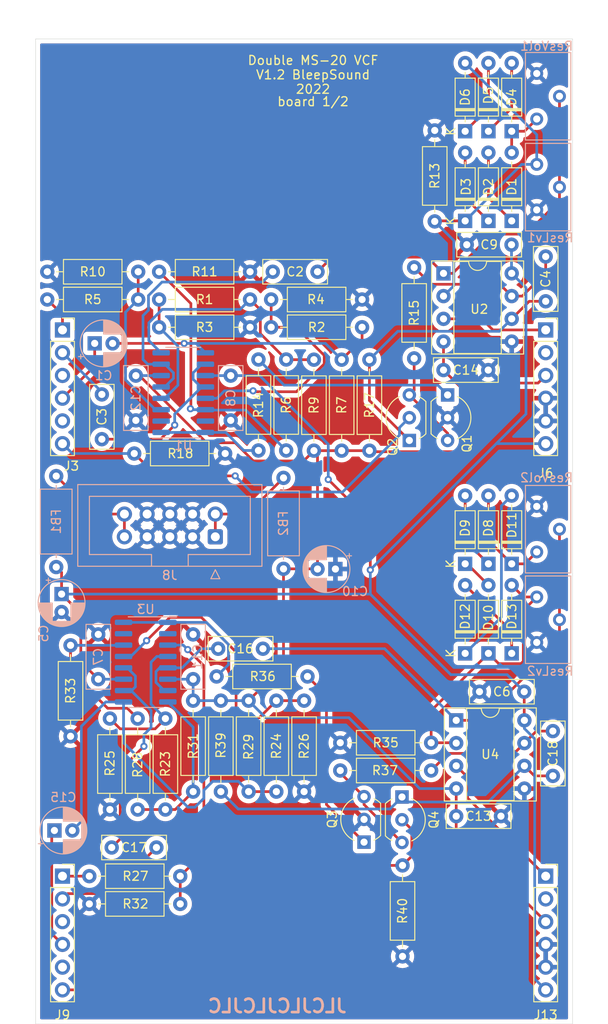
<source format=kicad_pcb>
(kicad_pcb (version 20211014) (generator pcbnew)
  (layers (0 "F.Cu" signal) (31 "B.Cu" signal) (34 "B.Paste" user) (35 "F.Paste" user) (36 "B.SilkS" user "B.Silkscreen") (37 "F.SilkS" user "F.Silkscreen") (38 "B.Mask" user) (39 "F.Mask" user) (44 "Edge.Cuts" user))
  (net 0 "")
  (net 1 "GND")
  (net 2 "+12V")
  (net 3 "-12V")
  (net 4 "Net-(C4-Pad1)")
  (net 5 "Net-(C2-Pad1)")
  (net 6 "Net-(R10-Pad2)")
  (net 7 "Net-(C1-Pad2)")
  (net 8 "Net-(C4-Pad2)")
  (net 9 "/HPass")
  (net 10 "/Out1")
  (net 11 "Net-(C2-Pad2)")
  (net 12 "Net-(C3-Pad1)")
  (net 13 "Net-(C15-Pad2)")
  (net 14 "/Filtre2/HPass")
  (net 15 "/Filtre2/Out1")
  (net 16 "Net-(D1-Pad2)")
  (net 17 "Net-(D2-Pad1)")
  (net 18 "Net-(C16-Pad1)")
  (net 19 "Net-(D5-Pad2)")
  (net 20 "Net-(C16-Pad2)")
  (net 21 "Net-(D10-Pad2)")
  (net 22 "Net-(D11-Pad1)")
  (net 23 "Net-(D10-Pad1)")
  (net 24 "Net-(D11-Pad2)")
  (net 25 "Net-(C17-Pad1)")
  (net 26 "Net-(FB1-Pad2)")
  (net 27 "Net-(FB2-Pad2)")
  (net 28 "/LPass")
  (net 29 "/Cutoff")
  (net 30 "/ResOut")
  (net 31 "Net-(C18-Pad1)")
  (net 32 "/Filtre2/LPass")
  (net 33 "/Filtre2/Cutoff")
  (net 34 "/Filtre2/ResOut")
  (net 35 "Net-(Q1-Pad1)")
  (net 36 "Net-(Q1-Pad3)")
  (net 37 "Net-(Q3-Pad1)")
  (net 38 "Net-(Q3-Pad3)")
  (net 39 "Net-(R1-Pad2)")
  (net 40 "Net-(R11-Pad2)")
  (net 41 "Net-(C18-Pad2)")
  (net 42 "Net-(R23-Pad2)")
  (net 43 "Net-(R27-Pad2)")
  (net 44 "Net-(D1-Pad1)")
  (net 45 "Net-(D3-Pad1)")
  (net 46 "Net-(D4-Pad2)")
  (net 49 "Net-(D8-Pad1)")
  (net 50 "Net-(D12-Pad2)")
  (net 59 "Net-(R1-Pad1)")
  (net 60 "Net-(R2-Pad1)")
  (net 61 "Net-(R14-Pad2)")
  (net 62 "Net-(R23-Pad1)")
  (net 63 "Net-(R24-Pad1)")
  (net 64 "Net-(R28-Pad2)")
  (net 65 "Net-(R36-Pad2)")
  (footprint "Capacitor_THT:C_Disc_D7.0mm_W2.5mm_P5.00mm" (layer "F.Cu") (at 87 60.8 -90)
    (fp_text reference "C4")
    (fp_text value "1nF")
  )
  (footprint "Capacitor_THT:C_Disc_D7.0mm_W2.5mm_P5.00mm" (layer "F.Cu") (at 87.8 113.8 -90)
    (fp_text reference "C18")
    (fp_text value "1nF")
  )
  (footprint "Capacitor_THT:C_Disc_D7.0mm_W2.5mm_P5.00mm" (layer "F.Cu") (at 38.5 126.8)
    (fp_text reference "C17")
    (fp_text value "1nF")
  )
  (footprint "Diode_THT:D_DO-35_SOD27_P7.62mm_Horizontal" (layer "F.Cu") (at 83.2 56.82 90)
    (fp_text reference "D1")
    (fp_text value "1N4148")
  )
  (footprint "Diode_THT:D_DO-35_SOD27_P7.62mm_Horizontal" (layer "F.Cu") (at 83.2 46.81 90)
    (fp_text reference "D4")
    (fp_text value "1N4148")
  )
  (footprint "Diode_THT:D_DO-35_SOD27_P7.62mm_Horizontal" (layer "F.Cu") (at 80.6 56.82 90)
    (fp_text reference "D2")
    (fp_text value "1N4148")
  )
  (footprint "Diode_THT:D_DO-35_SOD27_P7.62mm_Horizontal" (layer "F.Cu") (at 80.6 46.81 90)
    (fp_text reference "D5")
    (fp_text value "1N4148")
  )
  (footprint "Diode_THT:D_DO-35_SOD27_P7.62mm_Horizontal" (layer "F.Cu") (at 78 56.82 90)
    (fp_text reference "D3")
    (fp_text value "1N4148")
  )
  (footprint "Diode_THT:D_DO-35_SOD27_P7.62mm_Horizontal" (layer "F.Cu") (at 78 46.81 90)
    (fp_text reference "D6")
    (fp_text value "1N4148")
  )
  (footprint "Connector_PinSocket_2.54mm:PinSocket_1x06_P2.54mm_Vertical" (layer "F.Cu") (at 87 69)
    (fp_text reference "J6")
    (fp_text value "Conn_CircuitBoard")
  )
  (footprint "Connector_PinSocket_2.54mm:PinSocket_1x06_P2.54mm_Vertical" (layer "F.Cu") (at 33 130)
    (fp_text reference "J9")
    (fp_text value "Conn_CircuitBoard")
  )
  (footprint "Package_TO_SOT_THT:TO-92_Inline_Wide" (layer "F.Cu") (at 76.04 76.26 -90)
    (fp_text reference "Q1")
    (fp_text value "BC559")
  )
  (footprint "Package_TO_SOT_THT:TO-92_Inline_Wide" (layer "F.Cu") (at 71.76 81.34 90)
    (fp_text reference "Q2")
    (fp_text value "BC559")
  )
  (footprint "Package_TO_SOT_THT:TO-92_Inline_Wide" (layer "F.Cu") (at 66.7 126.2 90)
    (fp_text reference "Q3")
    (fp_text value "BC559")
  )
  (footprint "Resistor_THT:R_Axial_DIN0207_L6.3mm_D2.5mm_P10.16mm_Horizontal" (layer "F.Cu") (at 53.96 68.7 180)
    (fp_text reference "R3")
    (fp_text value "470")
  )
  (footprint "Resistor_THT:R_Axial_DIN0207_L6.3mm_D2.5mm_P10.16mm_Horizontal" (layer "F.Cu") (at 31.3 62.5)
    (fp_text reference "R10")
    (fp_text value "470")
  )
  (footprint "Resistor_THT:R_Axial_DIN0207_L6.3mm_D2.5mm_P10.16mm_Horizontal" (layer "F.Cu") (at 54.9 72.3 -90)
    (fp_text reference "R14")
    (fp_text value "2.2k")
  )
  (footprint "Resistor_THT:R_Axial_DIN0207_L6.3mm_D2.5mm_P10.16mm_Horizontal" (layer "F.Cu") (at 43.8 65.6)
    (fp_text reference "R1")
    (fp_text value "100k")
  )
  (footprint "Resistor_THT:R_Axial_DIN0207_L6.3mm_D2.5mm_P10.16mm_Horizontal" (layer "F.Cu") (at 67.3 82.48 90)
    (fp_text reference "R17")
    (fp_text value "100k")
  )
  (footprint "Resistor_THT:R_Axial_DIN0207_L6.3mm_D2.5mm_P10.16mm_Horizontal" (layer "F.Cu") (at 51.18 82.8 180)
    (fp_text reference "R18")
    (fp_text value "2.2k")
  )
  (footprint "Resistor_THT:R_Axial_DIN0207_L6.3mm_D2.5mm_P10.16mm_Horizontal" (layer "F.Cu") (at 58 72.3 -90)
    (fp_text reference "R6")
    (fp_text value "100k")
  )
  (footprint "Resistor_THT:R_Axial_DIN0207_L6.3mm_D2.5mm_P10.16mm_Horizontal" (layer "F.Cu") (at 66.48 65.6 180)
    (fp_text reference "R4")
    (fp_text value "470")
  )
  (footprint "Resistor_THT:R_Axial_DIN0207_L6.3mm_D2.5mm_P10.16mm_Horizontal" (layer "F.Cu") (at 53.96 62.5 180)
    (fp_text reference "R11")
    (fp_text value "470")
  )
  (footprint "Resistor_THT:R_Axial_DIN0207_L6.3mm_D2.5mm_P10.16mm_Horizontal" (layer "F.Cu") (at 56.32 68.7)
    (fp_text reference "R2")
    (fp_text value "100k")
  )
  (footprint "Resistor_THT:R_Axial_DIN0207_L6.3mm_D2.5mm_P10.16mm_Horizontal" (layer "F.Cu") (at 74.6 46.72 -90)
    (fp_text reference "R13")
    (fp_text value "2.2k")
  )
  (footprint "Resistor_THT:R_Axial_DIN0207_L6.3mm_D2.5mm_P10.16mm_Horizontal" (layer "F.Cu") (at 38.3 122.56 90)
    (fp_text reference "R25")
    (fp_text value "470")
  )
  (footprint "Resistor_THT:R_Axial_DIN0207_L6.3mm_D2.5mm_P10.16mm_Horizontal" (layer "F.Cu") (at 60.38 107.7 180)
    (fp_text reference "R36")
    (fp_text value "2.2k")
  )
  (footprint "Resistor_THT:R_Axial_DIN0207_L6.3mm_D2.5mm_P10.16mm_Horizontal" (layer "F.Cu") (at 44.5 112.4 -90)
    (fp_text reference "R23")
    (fp_text value "100k")
  )
  (footprint "Resistor_THT:R_Axial_DIN0207_L6.3mm_D2.5mm_P10.16mm_Horizontal" (layer "F.Cu") (at 50.7 110.4 -90)
    (fp_text reference "R39")
    (fp_text value "100k")
  )
  (footprint "Resistor_THT:R_Axial_DIN0207_L6.3mm_D2.5mm_P10.16mm_Horizontal" (layer "F.Cu") (at 64.04 118.2)
    (fp_text reference "R37")
    (fp_text value "1k")
  )
  (footprint "Resistor_THT:R_Axial_DIN0207_L6.3mm_D2.5mm_P10.16mm_Horizontal" (layer "F.Cu") (at 71 138.96 90)
    (fp_text reference "R40")
    (fp_text value "2.2k")
  )
  (footprint "Resistor_THT:R_Axial_DIN0207_L6.3mm_D2.5mm_P10.16mm_Horizontal" (layer "F.Cu") (at 47.6 110.4 -90)
    (fp_text reference "R31")
    (fp_text value "1.8k")
  )
  (footprint "Resistor_THT:R_Axial_DIN0207_L6.3mm_D2.5mm_P10.16mm_Horizontal" (layer "F.Cu") (at 41.4 122.56 90)
    (fp_text reference "R28")
    (fp_text value "100k")
  )
  (footprint "Resistor_THT:R_Axial_DIN0207_L6.3mm_D2.5mm_P10.16mm_Horizontal" (layer "F.Cu") (at 60 120.56 90)
    (fp_text reference "R26")
    (fp_text value "470")
  )
  (footprint "Resistor_THT:R_Axial_DIN0207_L6.3mm_D2.5mm_P10.16mm_Horizontal" (layer "F.Cu") (at 33.9 114.38 90)
    (fp_text reference "R33")
    (fp_text value "470")
  )
  (footprint "Resistor_THT:R_Axial_DIN0207_L6.3mm_D2.5mm_P10.16mm_Horizontal" (layer "F.Cu") (at 56.9 110.4 -90)
    (fp_text reference "R24")
    (fp_text value "100k")
  )
  (footprint "Resistor_THT:R_Axial_DIN0207_L6.3mm_D2.5mm_P10.16mm_Horizontal" (layer "F.Cu") (at 53.8 110.4 -90)
    (fp_text reference "R29")
    (fp_text value "1.8k")
  )
  (footprint "Resistor_THT:R_Axial_DIN0207_L6.3mm_D2.5mm_P10.16mm_Horizontal" (layer "F.Cu") (at 64.04 115.1)
    (fp_text reference "R35")
    (fp_text value "2.2k")
  )
  (footprint "Package_DIP:DIP-8_W7.62mm_Socket" (layer "F.Cu") (at 77 112.6)
    (fp_text reference "U4")
    (fp_text value "TL072")
  )
  (footprint "Connector_PinSocket_2.54mm:PinSocket_1x06_P2.54mm_Vertical" (layer "F.Cu") (at 87 130)
    (fp_text reference "J13")
    (fp_text value "Conn_CircuitBoard")
  )
  (footprint "Resistor_THT:R_Axial_DIN0207_L6.3mm_D2.5mm_P10.16mm_Horizontal" (layer "F.Cu") (at 72.3 72.18 90)
    (fp_text reference "R15")
    (fp_text value "1k")
  )
  (footprint "Package_DIP:DIP-8_W7.62mm_Socket" (layer "F.Cu") (at 75.58 62.68)
    (fp_text reference "U2")
    (fp_text value "TL072")
  )
  (footprint "Package_TO_SOT_THT:TO-92_Inline_Wide" (layer "F.Cu") (at 70.94 121.16 -90)
    (fp_text reference "Q4")
    (fp_text value "BC559")
  )
  (footprint "Capacitor_THT:C_Disc_D7.0mm_W2.5mm_P5.00mm" (layer "F.Cu") (at 50.4 104.6)
    (fp_text reference "C16")
    (fp_text value "1nF")
  )
  (footprint "Diode_THT:D_DO-35_SOD27_P7.62mm_Horizontal" (layer "F.Cu") (at 78 95.12 90)
    (fp_text reference "D9")
    (fp_text value "1N4148")
  )
  (footprint "Diode_THT:D_DO-35_SOD27_P7.62mm_Horizontal" (layer "F.Cu") (at 80.6 95.12 90)
    (fp_text reference "D8")
    (fp_text value "1N4148")
  )
  (footprint "Diode_THT:D_DO-35_SOD27_P7.62mm_Horizontal" (layer "F.Cu") (at 83.2 95.12 90)
    (fp_text reference "D11")
    (fp_text value "1N4148")
  )
  (footprint "Diode_THT:D_DO-35_SOD27_P7.62mm_Horizontal" (layer "F.Cu") (at 83.2 105.12 90)
    (fp_text reference "D13")
    (fp_text value "1N4148")
  )
  (footprint "Diode_THT:D_DO-35_SOD27_P7.62mm_Horizontal" (layer "F.Cu") (at 80.6 105.12 90)
    (fp_text reference "D10")
    (fp_text value "1N4148")
  )
  (footprint "Diode_THT:D_DO-35_SOD27_P7.62mm_Horizontal" (layer "F.Cu") (at 78 105.12 90)
    (fp_text reference "D12")
    (fp_text value "1N4148")
  )
  (footprint "Capacitor_THT:C_Disc_D7.0mm_W2.5mm_P5.00mm" (layer "F.Cu") (at 56.5 62.5)
    (fp_text reference "C2")
    (fp_text value "1nF")
  )
  (footprint "Resistor_THT:R_Axial_DIN0207_L6.3mm_D2.5mm_P10.16mm_Horizontal" (layer "F.Cu") (at 31.3 65.6)
    (fp_text reference "R5")
    (fp_text value "100k")
  )
  (footprint "Resistor_THT:R_Axial_DIN0207_L6.3mm_D2.5mm_P10.16mm_Horizontal" (layer "F.Cu") (at 61.1 82.48 90)
    (fp_text reference "R9")
    (fp_text value "1.8k")
  )
  (footprint "Resistor_THT:R_Axial_DIN0207_L6.3mm_D2.5mm_P10.16mm_Horizontal" (layer "F.Cu") (at 64.2 82.48 90)
    (fp_text reference "R7")
    (fp_text value "1.8k")
  )
  (footprint "Connector_PinSocket_2.54mm:PinSocket_1x06_P2.54mm_Vertical" (layer "F.Cu") (at 33 69)
    (fp_text reference "J3")
    (fp_text value "Conn_CircuitBoard")
  )
  (footprint "Capacitor_THT:C_Disc_D7.0mm_W2.5mm_P5.00mm" (layer "F.Cu") (at 37.4 81.2 90)
    (fp_text reference "C3")
    (fp_text value "1nF")
  )
  (footprint "Resistor_THT:R_Axial_DIN0207_L6.3mm_D2.5mm_P10.16mm_Horizontal" (layer "F.Cu") (at 36 133.1)
    (fp_text reference "R32")
    (fp_text value "470")
  )
  (footprint "Resistor_THT:R_Axial_DIN0207_L6.3mm_D2.5mm_P10.16mm_Horizontal" (layer "F.Cu") (at 36 130)
    (fp_text reference "R27")
    (fp_text value "100k")
  )
  (footprint "Capacitor_THT:C_Disc_D7.0mm_W2.5mm_P5.00mm" (layer "F.Cu") (at 83.18 59.48 180)
    (fp_text reference "C9")
    (fp_text value "100nF")
  )
  (footprint "Capacitor_THT:C_Disc_D7.0mm_W2.5mm_P5.00mm" (layer "F.Cu") (at 82 123.3 180)
    (fp_text reference "C13")
    (fp_text value "100nF")
  )
  (footprint "Capacitor_THT:C_Disc_D7.0mm_W2.5mm_P5.00mm" (layer "F.Cu") (at 80.58 73.48 180)
    (fp_text reference "C14")
    (fp_text value "100nF")
  )
  (footprint "Capacitor_THT:C_Disc_D7.0mm_W2.5mm_P5.00mm" (layer "F.Cu") (at 84.6 109.4 180)
    (fp_text reference "C6")
    (fp_text value "100nF")
  )
  (footprint "Capacitor_THT:CP_Radial_D5.0mm_P2.00mm" (layer "B.Cu") (at 32.9 98.5 -90)
    (fp_text reference "C5")
    (fp_text value "10µ")
  )
  (footprint "Capacitor_THT:CP_Radial_D5.0mm_P2.00mm" (layer "B.Cu") (at 63.5 95.7 180)
    (fp_text reference "C10")
    (fp_text value "10µ")
  )
  (footprint "Capacitor_THT:CP_Radial_D5.0mm_P2.00mm" (layer "B.Cu") (at 36.6 70.5)
    (fp_text reference "C1")
    (fp_text value "10µF")
  )
  (footprint "Inductor_THT:L_Axial_L7.0mm_D3.3mm_P10.16mm_Horizontal_Fastron_MICC" (layer "B.Cu") (at 57.7 95.68 90)
    (fp_text reference "FB2")
    (fp_text value "10R")
  )
  (footprint "Potentiometer_THT:Potentiometer_Bourns_3386X_Horizontal" (layer "B.Cu") (at 86 55.59)
    (fp_text reference "ResLv1")
    (fp_text value "5k")
  )
  (footprint "Potentiometer_THT:Potentiometer_Bourns_3386X_Horizontal" (layer "B.Cu") (at 86 45.44)
    (fp_text reference "ResVol1")
    (fp_text value "10k")
  )
  (footprint "Package_SO:SOIC-16_3.9x9.9mm_P1.27mm" (layer "B.Cu") (at 42.3 106.1 180)
    (fp_text reference "U3")
    (fp_text value "LM13700")
  )
  (footprint "Capacitor_THT:CP_Radial_D5.0mm_P2.00mm" (layer "B.Cu") (at 32.1 124.9)
    (fp_text reference "C15")
    (fp_text value "10µF")
  )
  (footprint "Inductor_THT:L_Axial_L7.0mm_D3.3mm_P10.16mm_Horizontal_Fastron_MICC" (layer "B.Cu") (at 32.3 95.48 90)
    (fp_text reference "FB1")
    (fp_text value "10R")
  )
  (footprint "Potentiometer_THT:Potentiometer_Bourns_3386X_Horizontal" (layer "B.Cu") (at 86 103.9)
    (fp_text reference "ResLv2")
    (fp_text value "3.3k")
  )
  (footprint "Potentiometer_THT:Potentiometer_Bourns_3386X_Horizontal" (layer "B.Cu") (at 86 93.79)
    (fp_text reference "ResVol2")
    (fp_text value "10k")
  )
  (footprint "Package_SO:SOIC-16_3.9x9.9mm_P1.27mm" (layer "B.Cu") (at 46.5 76)
    (fp_text reference "U1")
    (fp_text value "LM13700")
  )
  (footprint "Connector_IDC:IDC-Header_2x05_P2.54mm_Vertical" (layer "B.Cu") (at 50.08 92.1 90)
    (fp_text reference "J8")
    (fp_text value "Power Input")
  )
  (footprint "Capacitor_THT:C_Disc_D7.0mm_W2.5mm_P5.00mm" (layer "B.Cu") (at 37 108 90)
    (fp_text reference "C7")
    (fp_text value "100nF")
  )
  (footprint "Capacitor_THT:C_Disc_D7.0mm_W2.5mm_P5.00mm" (layer "B.Cu") (at 41.2 79.1 90)
    (fp_text reference "C12")
    (fp_text value "100nF")
  )
  (footprint "Capacitor_THT:C_Disc_D7.0mm_W2.5mm_P5.00mm" (layer "B.Cu") (at 47.6 103 -90)
    (fp_text reference "C11")
    (fp_text value "100nF")
  )
  (footprint "Capacitor_THT:C_Disc_D7.0mm_W2.5mm_P5.00mm" (layer "B.Cu") (at 51.8 74.1 -90)
    (fp_text reference "C8")
    (fp_text value "100nF")
  )
  (gr_line (start 90 36.5) (end 90 146.5) (layer "Edge.Cuts") (width 0.05))
  (gr_line (start 30 36.5) (end 90 36.5) (layer "Edge.Cuts") (width 0.05))
  (gr_line (start 30 36.5) (end 30 146.5) (layer "Edge.Cuts") (width 0.05))
  (gr_line (start 30 146.5) (end 90 146.5) (layer "Edge.Cuts") (width 0.05))
  (gr_text "JLCJLCJLCJLC" (at 57 144.5) (layer "B.SilkS") (effects (font (size 1.5 1.5) (thickness 0.3)) (justify mirror)))
  (gr_text "Double MS-20 VCF\nV1.2 BleepSound\n2022" (at 61 40.5) (layer "F.SilkS") (effects (font (size 1 1))))
  (gr_text "board 1/2" (at 61 43.5) (layer "F.SilkS") (effects (font (size 1 1))))
  (segment (start 32.9 98.5) (end 32.9 96.08) (width 0.3) (layer "F.Cu") (net 2))
  (segment (start 35.05 100.65) (end 35.05 106.05) (width 0.3) (layer "F.Cu") (net 2))
  (segment (start 32.9 96.08) (end 32.3 95.48) (width 0.3) (layer "F.Cu") (net 2))
  (segment (start 84.6 109.4) (end 84.6 112.58) (width 0.3) (layer "F.Cu") (net 2))
  (segment (start 84.6 112.58) (end 84.62 112.6) (width 0.3) (layer "F.Cu") (net 2))
  (segment (start 62.7 85.7) (end 67.4 90.4) (width 0.3) (layer "F.Cu") (net 2))
  (segment (start 35.05 106.05) (end 37 108) (width 0.3) (layer "F.Cu") (net 2))
  (segment (start 32.9 98.5) (end 35.05 100.65) (width 0.3) (layer "F.Cu") (net 2))
  (segment (start 67.4 90.4) (end 67.4 95.8) (width 0.3) (layer "F.Cu") (net 2))
  (via (at 67.4 95.8) (size 0.8) (drill 0.4) (layers "F.Cu" "B.Cu") (net 2))
  (via (at 62.7 85.7) (size 0.8) (drill 0.4) (layers "F.Cu" "B.Cu") (net 2))
  (segment (start 32.9 98.5) (end 67.4 98.5) (width 0.3) (layer "B.Cu") (net 2))
  (segment (start 51.8 74.1) (end 55.039312 74.1) (width 0.3) (layer "B.Cu") (net 2))
  (segment (start 51.8 74.1) (end 48.98 74.1) (width 0.3) (layer "B.Cu") (net 2))
  (segment (start 55.039312 74.1) (end 62.7 81.760688) (width 0.3) (layer "B.Cu") (net 2))
  (segment (start 85.77 114.663654) (end 85.77 141.43) (width 0.3) (layer "B.Cu") (net 2))
  (segment (start 67.4 98.5) (end 76.4 107.5) (width 0.3) (layer "B.Cu") (net 2))
  (segment (start 48.98 74.1) (end 48.975 74.095) (width 0.3) (layer "B.Cu") (net 2))
  (segment (start 82.7 107.5) (end 84.6 109.4) (width 0.3) (layer "B.Cu") (net 2))
  (segment (start 84.62 113.513654) (end 85.77 114.663654) (width 0.3) (layer "B.Cu") (net 2))
  (segment (start 37.005 108.005) (end 37 108) (width 0.3) (layer "B.Cu") (net 2))
  (segment (start 85.75 141.45) (end 87 142.7) (width 0.3) (layer "B.Cu") (net 2))
  (segment (start 62.7 81.760688) (end 62.7 85.7) (width 0.3) (layer "B.Cu") (net 2))
  (segment (start 83.18 59.48) (end 83.18 62.66) (width 0.3) (layer "B.Cu") (net 2))
  (segment (start 83.18 62.66) (end 83.2 62.68) (width 0.3) (layer "B.Cu") (net 2))
  (segment (start 81.480688 81.7) (end 67.4 95.780688) (width 0.3) (layer "B.Cu") (net 2))
  (segment (start 87 81.7) (end 81.480688 81.7) (width 0.3) (layer "B.Cu") (net 2))
  (segment (start 85.77 141.43) (end 85.75 141.45) (width 0.3) (layer "B.Cu") (net 2))
  (segment (start 83.2 62.68) (end 84.8 64.28) (width 0.3) (layer "B.Cu") (net 2))
  (segment (start 67.4 95.780688) (end 67.4 98.5) (width 0.3) (layer "B.Cu") (net 2))
  (segment (start 84.8 78.380688) (end 81.480688 81.7) (width 0.3) (layer "B.Cu") (net 2))
  (segment (start 84.62 112.6) (end 84.62 113.513654) (width 0.3) (layer "B.Cu") (net 2))
  (segment (start 76.4 107.5) (end 82.7 107.5) (width 0.3) (layer "B.Cu") (net 2))
  (segment (start 84.8 64.28) (end 84.8 78.380688) (width 0.3) (layer "B.Cu") (net 2))
  (segment (start 39.825 108.005) (end 37.005 108.005) (width 0.3) (layer "B.Cu") (net 2))
  (segment (start 61.5 82.88) (end 61.1 82.48) (width 0.3) (layer "F.Cu") (net 3))
  (segment (start 77 125.08) (end 87 135.08) (width 0.3) (layer "F.Cu") (net 3))
  (segment (start 61.1 82.48) (end 64.2 82.48) (width 0.3) (layer "F.Cu") (net 3))
  (segment (start 49.1 81.6) (end 52.3 81.6) (width 0.3) (layer "F.Cu") (net 3))
  (segment (start 87 74.08) (end 86.15 74.93) (width 0.3) (layer "F.Cu") (net 3))
  (segment (start 77 123.3) (end 77 120.22) (width 0.3) (layer "F.Cu") (net 3))
  (segment (start 86.15 74.93) (end 77.03 74.93) (width 0.3) (layer "F.Cu") (net 3))
  (segment (start 41.6 74.1) (end 49.1 81.6) (width 0.3) (layer "F.Cu") (net 3))
  (segment (start 57.7 95.68) (end 61.48 95.68) (width 0.3) (layer "F.Cu") (net 3))
  (segment (start 75.58 70.3) (end 75.58 73.48) (width 0.3) (layer "F.Cu") (net 3))
  (segment (start 77 123.3) (end 77 125.08) (width 0.3) (layer "F.Cu") (net 3))
  (segment (start 59.95 83.63) (end 61.1 82.48) (width 0.3) (layer "F.Cu") (net 3))
  (segment (start 77.03 74.93) (end 75.58 73.48) (width 0.3) (layer "F.Cu") (net 3))
  (segment (start 52.3 81.6) (end 54.33 83.63) (width 0.3) (layer "F.Cu") (net 3))
  (segment (start 61.5 95.7) (end 61.5 82.88) (width 0.3) (layer "F.Cu") (net 3))
  (segment (start 77.03 74.93) (end 78.1 76) (width 0.3) (layer "F.Cu") (net 3))
  (segment (start 57.7 95.68) (end 57.7 106.5) (width 0.3) (layer "F.Cu") (net 3))
  (segment (start 67.42 82.6) (end 67.3 82.48) (width 0.3) (layer "F.Cu") (net 3))
  (segment (start 76.8 82.6) (end 67.42 82.6) (width 0.3) (layer "F.Cu") (net 3))
  (segment (start 78.1 81.3) (end 76.8 82.6) (width 0.3) (layer "F.Cu") (net 3))
  (segment (start 57.7 106.5) (end 53.8 110.4) (width 0.3) (layer "F.Cu") (net 3))
  (segment (start 54.33 83.63) (end 59.95 83.63) (width 0.3) (layer "F.Cu") (net 3))
  (segment (start 61.48 95.68) (end 61.5 95.7) (width 0.3) (layer "F.Cu") (net 3))
  (segment (start 78.1 76) (end 78.1 81.3) (width 0.3) (layer "F.Cu") (net 3))
  (segment (start 64.2 82.48) (end 67.3 82.48) (width 0.3) (layer "F.Cu") (net 3))
  (segment (start 41.2 74.1) (end 41.6 74.1) (width 0.3) (layer "F.Cu") (net 3))
  (segment (start 44.025 74.095) (end 41.205 74.095) (width 0.3) (layer "B.Cu") (net 3))
  (segment (start 44.775 108.005) (end 47.595 108.005) (width 0.3) (layer "B.Cu") (net 3))
  (segment (start 47.595 108.005) (end 47.6 108) (width 0.3) (layer "B.Cu") (net 3))
  (segment (start 41.205 74.095) (end 41.2 74.1) (width 0.3) (layer "B.Cu") (net 3))
  (segment (start 55.7 112.3) (end 53.8 110.4) (width 0.3) (layer "B.Cu") (net 3))
  (segment (start 50.7 110.4) (end 53.8 110.4) (width 0.3) (layer "B.Cu") (net 3))
  (segment (start 77 120.22) (end 72.92 120.22) (width 0.3) (layer "B.Cu") (net 3))
  (segment (start 65 112.3) (end 55.7 112.3) (width 0.3) (layer "B.Cu") (net 3))
  (segment (start 72.92 120.22) (end 65 112.3) (width 0.3) (layer "B.Cu") (net 3))
  (segment (start 47.6 110.4) (end 50.7 110.4) (width 0.3) (layer "B.Cu") (net 3))
  (segment (start 47.6 108) (end 47.6 110.4) (width 0.3) (layer "B.Cu") (net 3))
  (segment (start 72.3 62.02) (end 74.18 63.9) (width 0.3) (layer "F.Cu") (net 4))
  (segment (start 81.88 63.9) (end 83.2 65.22) (width 0.3) (layer "F.Cu") (net 4))
  (segment (start 87 60.8) (end 87 62.6) (width 0.3) (layer "F.Cu") (net 4))
  (segment (start 87 62.6) (end 84.38 65.22) (width 0.3) (layer "F.Cu") (net 4))
  (segment (start 74.18 63.9) (end 81.88 63.9) (width 0.3) (layer "F.Cu") (net 4))
  (segment (start 84.38 65.22) (end 83.2 65.22) (width 0.3) (layer "F.Cu") (net 4))
  (segment (start 42.525 72.825) (end 44.025 72.825) (width 0.3) (layer "B.Cu") (net 5))
  (segment (start 44.123654 63.65) (end 42.61 65.163654) (width 0.3) (layer "B.Cu") (net 5))
  (segment (start 44.025 72.825) (end 44.437107 72.825) (width 0.3) (layer "B.Cu") (net 5))
  (segment (start 42.61 66.79) (end 42 67.4) (width 0.3) (layer "B.Cu") (net 5))
  (segment (start 42.61 65.163654) (end 42.61 66.79) (width 0.3) (layer "B.Cu") (net 5))
  (segment (start 45.4 73.787893) (end 45.4 74.402107) (width 0.3) (layer "B.Cu") (net 5))
  (segment (start 44.437107 75.365) (end 44.025 75.365) (width 0.3) (layer "B.Cu") (net 5))
  (segment (start 45.4 74.402107) (end 44.437107 75.365) (width 0.3) (layer "B.Cu") (net 5))
  (segment (start 42 67.4) (end 42 72.3) (width 0.3) (layer "B.Cu") (net 5))
  (segment (start 44.437107 72.825) (end 45.4 73.787893) (width 0.3) (layer "B.Cu") (net 5))
  (segment (start 55.35 63.65) (end 44.123654 63.65) (width 0.3) (layer "B.Cu") (net 5))
  (segment (start 42 72.3) (end 42.525 72.825) (width 0.3) (layer "B.Cu") (net 5))
  (segment (start 56.5 62.5) (end 55.35 63.65) (width 0.3) (layer "B.Cu") (net 5))
  (segment (start 41.46 62.5) (end 41.46 65.6) (width 0.3) (layer "F.Cu") (net 6))
  (segment (start 40.05 67.01) (end 41.46 65.6) (width 0.3) (layer "B.Cu") (net 6))
  (segment (start 40.05 74.576346) (end 40.05 67.01) (width 0.3) (layer "B.Cu") (net 6))
  (segment (start 44.025 77.905) (end 43.378654 77.905) (width 0.3) (layer "B.Cu") (net 6))
  (segment (start 43.378654 77.905) (end 40.05 74.576346) (width 0.3) (layer "B.Cu") (net 6))
  (segment (start 38.6 70.5) (end 46.6 70.5) (width 0.3) (layer "F.Cu") (net 7))
  (segment (start 66.48 68.7) (end 66.48 70.04) (width 0.3) (layer "F.Cu") (net 7))
  (segment (start 66.48 70.04) (end 64.2 72.32) (width 0.3) (layer "F.Cu") (net 7))
  (via (at 46.6 70.5) (size 0.8) (drill 0.4) (layers "F.Cu" "B.Cu") (net 7))
  (segment (start 47.92 70.5) (end 48.975 71.555) (width 0.3) (layer "B.Cu") (net 7))
  (segment (start 46.6 70.5) (end 47.92 70.5) (width 0.3) (layer "B.Cu") (net 7))
  (segment (start 62.38 70.5) (end 64.2 72.32) (width 0.3) (layer "B.Cu") (net 7))
  (segment (start 46.6 70.5) (end 62.38 70.5) (width 0.3) (layer "B.Cu") (net 7))
  (segment (start 67.3 76.88) (end 71.76 81.34) (width 0.3) (layer "F.Cu") (net 8))
  (segment (start 87 65.8) (end 85.16 65.8) (width 0.3) (layer "F.Cu") (net 8))
  (segment (start 67.3 72.32) (end 67.3 76.88) (width 0.3) (layer "F.Cu") (net 8))
  (segment (start 85.16 65.8) (end 83.2 67.76) (width 0.3) (layer "F.Cu") (net 8))
  (segment (start 70.47 69.15) (end 67.3 72.32) (width 0.3) (layer "B.Cu") (net 8))
  (segment (start 83.2 67.76) (end 81.81 69.15) (width 0.3) (layer "B.Cu") (net 8))
  (segment (start 81.81 69.15) (end 70.47 69.15) (width 0.3) (layer "B.Cu") (net 8))
  (segment (start 33 71.54) (end 37.4 75.94) (width 0.3) (layer "B.Cu") (net 9))
  (segment (start 37.4 75.94) (end 37.4 76.2) (width 0.3) (layer "B.Cu") (net 9))
  (segment (start 36.6 73.02) (end 33 76.62) (width 0.3) (layer "F.Cu") (net 10))
  (segment (start 36.6 70.5) (end 36.6 73.02) (width 0.3) (layer "F.Cu") (net 10))
  (segment (start 63.13 60.87) (end 61.5 62.5) (width 0.3) (layer "F.Cu") (net 11))
  (segment (start 88.54 42.9) (end 88.54 53.05) (width 0.3) (layer "F.Cu") (net 11))
  (segment (start 88.54 54.563209) (end 84.803209 58.3) (width 0.3) (layer "F.Cu") (net 11))
  (segment (start 84.803209 58.3) (end 80.986346 58.3) (width 0.3) (layer "F.Cu") (net 11))
  (segment (start 75.58 62.68) (end 73.77 60.87) (width 0.3) (layer "F.Cu") (net 11))
  (segment (start 73.77 60.87) (end 63.13 60.87) (width 0.3) (layer "F.Cu") (net 11))
  (segment (start 88.54 53.05) (end 88.54 54.563209) (width 0.3) (layer "F.Cu") (net 11))
  (segment (start 80.986346 58.3) (end 76.606346 62.68) (width 0.3) (layer "F.Cu") (net 11))
  (segment (start 76.606346 62.68) (end 75.58 62.68) (width 0.3) (layer "F.Cu") (net 11))
  (segment (start 45.540266 79.617035) (end 43.957301 81.2) (width 0.3) (layer "F.Cu") (net 12))
  (segment (start 43.957301 81.2) (end 37.4 81.2) (width 0.3) (layer "F.Cu") (net 12))
  (via (at 45.540266 79.617035) (size 0.8) (drill 0.4) (layers "F.Cu" "B.Cu") (net 12))
  (segment (start 48.975 72.825) (end 48.562893 72.825) (width 0.3) (layer "B.Cu") (net 12))
  (segment (start 47.6 74.5) (end 48.465 75.365) (width 0.3) (layer "B.Cu") (net 12))
  (segment (start 45.540266 78.387627) (end 48.562893 75.365) (width 0.3) (layer "B.Cu") (net 12))
  (segment (start 47.6 73.787893) (end 47.6 74.5) (width 0.3) (layer "B.Cu") (net 12))
  (segment (start 48.562893 75.365) (end 48.975 75.365) (width 0.3) (layer "B.Cu") (net 12))
  (segment (start 48.465 75.365) (end 48.975 75.365) (width 0.3) (layer "B.Cu") (net 12))
  (segment (start 48.562893 72.825) (end 47.6 73.787893) (width 0.3) (layer "B.Cu") (net 12))
  (segment (start 45.540266 79.617035) (end 45.540266 78.387627) (width 0.3) (layer "B.Cu") (net 12))
  (segment (start 56.9 120.56) (end 53.8 120.56) (width 0.3) (layer "F.Cu") (net 13))
  (segment (start 39.825 115.104312) (end 47.020688 122.3) (width 0.3) (layer "B.Cu") (net 13))
  (segment (start 39.825 110.545) (end 37.835688 110.545) (width 0.3) (layer "B.Cu") (net 13))
  (segment (start 49.8 119.4) (end 48.8 120.4) (width 0.3) (layer "B.Cu") (net 13))
  (segment (start 53.8 120.56) (end 52.65 119.41) (width 0.3) (layer "B.Cu") (net 13))
  (segment (start 52.65 119.41) (end 49.81 119.41) (width 0.3) (layer "B.Cu") (net 13))
  (segment (start 47.020688 122.3) (end 47.5 122.3) (width 0.3) (layer "B.Cu") (net 13))
  (segment (start 37.835688 110.545) (end 35.11 113.270688) (width 0.3) (layer "B.Cu") (net 13))
  (segment (start 48.8 121.3) (end 47.8 122.3) (width 0.3) (layer "B.Cu") (net 13))
  (segment (start 48.8 120.4) (end 48.8 121.3) (width 0.3) (layer "B.Cu") (net 13))
  (segment (start 49.81 119.41) (end 49.8 119.4) (width 0.3) (layer "B.Cu") (net 13))
  (segment (start 39.825 110.545) (end 39.825 115.104312) (width 0.3) (layer "B.Cu") (net 13))
  (segment (start 35.11 113.270688) (end 35.11 123.89) (width 0.3) (layer "B.Cu") (net 13))
  (segment (start 47.8 122.3) (end 47.5 122.3) (width 0.3) (layer "B.Cu") (net 13))
  (segment (start 35.11 123.89) (end 34.1 124.9) (width 0.3) (layer "B.Cu") (net 13))
  (segment (start 43.5 126.8) (end 38.35 131.95) (width 0.3) (layer "F.Cu") (net 14))
  (segment (start 38.35 131.95) (end 33.59 131.95) (width 0.3) (layer "F.Cu") (net 14))
  (segment (start 33.59 131.95) (end 33 132.54) (width 0.3) (layer "F.Cu") (net 14))
  (segment (start 31.8 136.42) (end 33 137.62) (width 0.3) (layer "F.Cu") (net 15))
  (segment (start 31.8 125.2) (end 31.8 136.42) (width 0.3) (layer "F.Cu") (net 15))
  (segment (start 32.1 124.9) (end 31.8 125.2) (width 0.3) (layer "F.Cu") (net 15))
  (segment (start 83.2 46.81) (end 83.2 49.2) (width 0.3) (layer "F.Cu") (net 16))
  (segment (start 83.2 46.81) (end 84.63 46.81) (width 0.3) (layer "F.Cu") (net 16))
  (segment (start 84.63 46.81) (end 86 45.44) (width 0.3) (layer "F.Cu") (net 16))
  (segment (start 78 49.2) (end 78 54.22) (width 0.3) (layer "F.Cu") (net 17))
  (segment (start 78 54.22) (end 80.6 56.82) (width 0.3) (layer "F.Cu") (net 17))
  (segment (start 44.775 109.275) (end 44.362893 109.275) (width 0.3) (layer "B.Cu") (net 18))
  (segment (start 44.362893 109.275) (end 43.45 108.362107) (width 0.3) (layer "B.Cu") (net 18))
  (segment (start 43.865 106.735) (end 44.775 106.735) (width 0.3) (layer "B.Cu") (net 18))
  (segment (start 43.45 107.15) (end 43.865 106.735) (width 0.3) (layer "B.Cu") (net 18))
  (segment (start 48.5 104.6) (end 46.365 106.735) (width 0.3) (layer "B.Cu") (net 18))
  (segment (start 50.4 104.6) (end 48.5 104.6) (width 0.3) (layer "B.Cu") (net 18))
  (segment (start 43.45 108.362107) (end 43.45 107.15) (width 0.3) (layer "B.Cu") (net 18))
  (segment (start 46.365 106.735) (end 44.775 106.735) (width 0.3) (layer "B.Cu") (net 18))
  (segment (start 80.6 44.21) (end 78 46.81) (width 0.3) (layer "F.Cu") (net 19))
  (segment (start 80.6 39.19) (end 80.6 44.21) (width 0.3) (layer "F.Cu") (net 19))
  (segment (start 79.773654 112.6) (end 77 112.6) (width 0.3) (layer "F.Cu") (net 20))
  (segment (start 88.54 101.36) (end 88.54 91.25) (width 0.3) (layer "F.Cu") (net 20))
  (segment (start 88.54 101.36) (end 88.54 104.06) (width 0.3) (layer "F.Cu") (net 20))
  (segment (start 84.873654 107.5) (end 79.773654 112.6) (width 0.3) (layer "F.Cu") (net 20))
  (segment (start 88.54 104.06) (end 85.1 107.5) (width 0.3) (layer "F.Cu") (net 20))
  (segment (start 85.1 107.5) (end 84.873654 107.5) (width 0.3) (layer "F.Cu") (net 20))
  (segment (start 69 104.6) (end 55.4 104.6) (width 0.3) (layer "B.Cu") (net 20))
  (segment (start 77 112.6) (end 69 104.6) (width 0.3) (layer "B.Cu") (net 20))
  (segment (start 78.22 95.12) (end 80.6 97.5) (width 0.3) (layer "F.Cu") (net 21))
  (segment (start 78 95.12) (end 78.22 95.12) (width 0.3) (layer "F.Cu") (net 21))
  (segment (start 84.67 95.12) (end 86 93.79) (width 0.3) (layer "F.Cu") (net 22))
  (segment (start 80.6 92.52) (end 83.2 95.12) (width 0.3) (layer "F.Cu") (net 22))
  (segment (start 83.2 95.12) (end 84.67 95.12) (width 0.3) (layer "F.Cu") (net 22))
  (segment (start 80.6 87.5) (end 80.6 92.52) (width 0.3) (layer "F.Cu") (net 22))
  (segment (start 74.2 111.52) (end 80.6 105.12) (width 0.3) (layer "F.Cu") (net 23))
  (segment (start 81.75 106.27) (end 84.23 106.27) (width 0.3) (layer "F.Cu") (net 23))
  (segment (start 80.6 105.12) (end 81.75 106.27) (width 0.3) (layer "F.Cu") (net 23))
  (segment (start 84.500689 100.319311) (end 86 98.82) (width 0.3) (layer "F.Cu") (net 23))
  (segment (start 74.2 115.1) (end 74.2 111.52) (width 0.3) (layer "F.Cu") (net 23))
  (segment (start 86 98.82) (end 84.52 98.82) (width 0.3) (layer "F.Cu") (net 23))
  (segment (start 74.2 115.1) (end 76.96 115.1) (width 0.3) (layer "F.Cu") (net 23))
  (segment (start 84.52 98.82) (end 83.2 97.5) (width 0.3) (layer "F.Cu") (net 23))
  (segment (start 84.23 106.27) (end 84.500689 105.999311) (width 0.3) (layer "F.Cu") (net 23))
  (segment (start 84.500689 105.999311) (end 84.500689 100.319311) (width 0.3) (layer "F.Cu") (net 23))
  (segment (start 76.96 115.1) (end 77 115.14) (width 0.3) (layer "F.Cu") (net 23))
  (segment (start 82.05 88.65) (end 83.2 87.5) (width 0.3) (layer "B.Cu") (net 24))
  (segment (start 82.05 101.07) (end 82.05 88.65) (width 0.3) (layer "B.Cu") (net 24))
  (segment (start 78 105.12) (end 82.05 101.07) (width 0.3) (layer "B.Cu") (net 24))
  (segment (start 38.5 126.8) (end 39.45 125.85) (width 0.3) (layer "F.Cu") (net 25))
  (segment (start 39.45 118.15) (end 42.1 115.5) (width 0.3) (layer "F.Cu") (net 25))
  (segment (start 39.45 125.85) (end 39.45 118.15) (width 0.3) (layer "F.Cu") (net 25))
  (via (at 42.1 115.5) (size 0.8) (drill 0.4) (layers "F.Cu" "B.Cu") (net 25))
  (segment (start 40.667894 109.275) (end 39.825 109.275) (width 0.3) (layer "B.Cu") (net 25))
  (segment (start 40.237107 106.735) (end 41.15 107.647893) (width 0.3) (layer "B.Cu") (net 25))
  (segment (start 42.1 115.5) (end 42.1 114.2) (width 0.3) (layer "B.Cu") (net 25))
  (segment (start 41.15 108.85) (end 40.725 109.275) (width 0.3) (layer "B.Cu") (net 25))
  (segment (start 41.15 107.647893) (end 41.15 108.85) (width 0.3) (layer "B.Cu") (net 25))
  (segment (start 39.825 106.735) (end 40.237107 106.735) (width 0.3) (layer "B.Cu") (net 25))
  (segment (start 42.1 114.2) (end 42.9 113.4) (width 0.3) (layer "B.Cu") (net 25))
  (segment (start 42.9 113.4) (end 42.9 111.507106) (width 0.3) (layer "B.Cu") (net 25))
  (segment (start 42.9 111.507106) (end 40.667894 109.275) (width 0.3) (layer "B.Cu") (net 25))
  (segment (start 40.725 109.275) (end 39.825 109.275) (width 0.3) (layer "B.Cu") (net 25))
  (segment (start 39.92 89.56) (end 39.92 92.1) (width 0.3) (layer "F.Cu") (net 26))
  (segment (start 39.92 89.56) (end 36.54 89.56) (width 0.3) (layer "F.Cu") (net 26))
  (segment (start 36.54 89.56) (end 32.3 85.32) (width 0.3) (layer "F.Cu") (net 26))
  (segment (start 50.08 89.56) (end 53.66 89.56) (width 0.3) (layer "F.Cu") (net 27))
  (segment (start 53.66 89.56) (end 57.7 85.52) (width 0.3) (layer "F.Cu") (net 27))
  (segment (start 50.08 92.1) (end 50.08 89.56) (width 0.3) (layer "F.Cu") (net 27))
  (segment (start 33 69) (end 33 67.3) (width 0.3) (layer "F.Cu") (net 28))
  (segment (start 33 67.3) (end 31.3 65.6) (width 0.3) (layer "F.Cu") (net 28))
  (segment (start 43.52 85.3) (end 41.02 82.8) (width 0.3) (layer "F.Cu") (net 29))
  (segment (start 52.3 85.3) (end 43.52 85.3) (width 0.3) (layer "F.Cu") (net 29))
  (via (at 52.3 85.3) (size 0.8) (drill 0.4) (layers "F.Cu" "B.Cu") (net 29))
  (segment (start 41.02 82.8) (end 34.1 82.8) (width 0.3) (layer "B.Cu") (net 29))
  (segment (start 70.66 79.9) (end 70.66 80.746346) (width 0.3) (layer "B.Cu") (net 29))
  (segment (start 70.66 80.746346) (end 64.306346 87.1) (width 0.3) (layer "B.Cu") (net 29))
  (segment (start 64.306346 87.1) (end 54.1 87.1) (width 0.3) (layer "B.Cu") (net 29))
  (segment (start 34.1 82.8) (end 33 81.7) (width 0.3) (layer "B.Cu") (net 29))
  (segment (start 54.1 87.1) (end 52.3 85.3) (width 0.3) (layer "B.Cu") (net 29))
  (segment (start 71.76 78.8) (end 70.66 79.9) (width 0.3) (layer "B.Cu") (net 29))
  (segment (start 75.58 67.76) (end 79.86 67.76) (width 0.3) (layer "F.Cu") (net 30))
  (segment (start 79.86 67.76) (end 81.1 69) (width 0.3) (layer "F.Cu") (net 30))
  (segment (start 81.1 69) (end 87 69) (width 0.3) (layer "F.Cu") (net 30))
  (segment (start 85.96 113.8) (end 84.62 115.14) (width 0.3) (layer "F.Cu") (net 31))
  (segment (start 87.8 113.8) (end 85.96 113.8) (width 0.3) (layer "F.Cu") (net 31))
  (segment (start 84.62 115.14) (end 83.47 116.29) (width 0.3) (layer "F.Cu") (net 31))
  (segment (start 83.47 116.29) (end 76.11 116.29) (width 0.3) (layer "F.Cu") (net 31))
  (segment (start 76.11 116.29) (end 74.2 118.2) (width 0.3) (layer "F.Cu") (net 31))
  (segment (start 36 130) (end 33 130) (width 0.3) (layer "F.Cu") (net 32))
  (segment (start 72.04 127.76) (end 72.04 124.8) (width 0.3) (layer "F.Cu") (net 33))
  (segment (start 71 128.8) (end 62 128.8) (width 0.3) (layer "F.Cu") (net 33))
  (segment (start 62 128.8) (end 48.1 142.7) (width 0.3) (layer "F.Cu") (net 33))
  (segment (start 72.04 124.8) (end 70.94 123.7) (width 0.3) (layer "F.Cu") (net 33))
  (segment (start 48.1 142.7) (end 33 142.7) (width 0.3) (layer "F.Cu") (net 33))
  (segment (start 71 128.8) (end 72.04 127.76) (width 0.3) (layer "F.Cu") (net 33))
  (segment (start 87 130) (end 78.269656 121.269656) (width 0.3) (layer "F.Cu") (net 34))
  (segment (start 78.269656 118.949656) (end 77 117.68) (width 0.3) (layer "F.Cu") (net 34))
  (segment (start 78.269656 121.269656) (end 78.269656 118.949656) (width 0.3) (layer "F.Cu") (net 34))
  (segment (start 74.94 75.16) (end 57.76 75.16) (width 0.3) (layer "B.Cu") (net 35))
  (segment (start 76.04 76.26) (end 74.94 75.16) (width 0.3) (layer "B.Cu") (net 35))
  (segment (start 57.76 75.16) (end 54.9 72.3) (width 0.3) (layer "B.Cu") (net 35))
  (segment (start 76.04 80.54) (end 76.04 81.34) (width 0.3) (layer "F.Cu") (net 36))
  (segment (start 72.3 75.72) (end 71.76 76.26) (width 0.3) (layer "F.Cu") (net 36))
  (segment (start 71.76 76.26) (end 76.04 80.54) (width 0.3) (layer "F.Cu") (net 36))
  (segment (start 72.3 72.18) (end 72.3 75.72) (width 0.3) (layer "F.Cu") (net 36))
  (segment (start 62.5 122) (end 62.5 109.82) (width 0.3) (layer "F.Cu") (net 37))
  (segment (start 66.7 126.2) (end 62.5 122) (width 0.3) (layer "F.Cu") (net 37))
  (segment (start 62.5 109.82) (end 60.38 107.7) (width 0.3) (layer "F.Cu") (net 37))
  (segment (start 66.7 122) (end 66.7 121.12) (width 0.3) (layer "F.Cu") (net 38))
  (segment (start 66.7 121.12) (end 64.04 118.46) (width 0.3) (layer "F.Cu") (net 38))
  (segment (start 70.94 126.24) (end 66.7 122) (width 0.3) (layer "F.Cu") (net 38))
  (segment (start 64.04 118.46) (end 64.04 118.2) (width 0.3) (layer "F.Cu") (net 38))
  (segment (start 58.02 72.32) (end 58 72.3) (width 0.3) (layer "F.Cu") (net 39))
  (segment (start 61.1 72.32) (end 58.02 72.32) (width 0.3) (layer "F.Cu") (net 39))
  (segment (start 55.11 66.75) (end 55.11 69.41) (width 0.3) (layer "F.Cu") (net 39))
  (segment (start 55.11 69.41) (end 58 72.3) (width 0.3) (layer "F.Cu") (net 39))
  (segment (start 53.96 65.6) (end 55.11 66.75) (width 0.3) (layer "F.Cu") (net 39))
  (segment (start 44.15 66.7) (end 52.86 66.7) (width 0.3) (layer "B.Cu") (net 39))
  (segment (start 44.025 71.555) (end 42.65 70.18) (width 0.3) (layer "B.Cu") (net 39))
  (segment (start 42.65 70.18) (end 42.65 68.2) (width 0.3) (layer "B.Cu") (net 39))
  (segment (start 52.86 66.7) (end 53.96 65.6) (width 0.3) (layer "B.Cu") (net 39))
  (segment (start 42.65 68.2) (end 44.15 66.7) (width 0.3) (layer "B.Cu") (net 39))
  (segment (start 47.35 77.75) (end 47.35 66.05) (width 0.3) (layer "F.Cu") (net 40))
  (segment (start 47.3 77.8) (end 47.35 77.75) (width 0.3) (layer "F.Cu") (net 40))
  (segment (start 47.35 66.05) (end 43.8 62.5) (width 0.3) (layer "F.Cu") (net 40))
  (via (at 47.3 77.8) (size 0.8) (drill 0.4) (layers "F.Cu" "B.Cu") (net 40))
  (segment (start 53.49 77.95) (end 49.02 77.95) (width 0.3) (layer "B.Cu") (net 40))
  (segment (start 47.405 77.905) (end 48.975 77.905) (width 0.3) (layer "B.Cu") (net 40))
  (segment (start 58 82.46) (end 53.49 77.95) (width 0.3) (layer "B.Cu") (net 40))
  (segment (start 47.3 77.8) (end 47.405 77.905) (width 0.3) (layer "B.Cu") (net 40))
  (segment (start 49.02 77.95) (end 48.975 77.905) (width 0.3) (layer "B.Cu") (net 40))
  (segment (start 85.74 118.8) (end 84.62 117.68) (width 0.3) (layer "F.Cu") (net 41))
  (segment (start 87.8 118.8) (end 85.74 118.8) (width 0.3) (layer "F.Cu") (net 41))
  (segment (start 84.62 117.68) (end 80.580689 121.719311) (width 0.3) (layer "B.Cu") (net 41))
  (segment (start 69.6 122.5) (end 52.64 122.5) (width 0.3) (layer "B.Cu") (net 41))
  (segment (start 52.64 122.5) (end 50.7 120.56) (width 0.3) (layer "B.Cu") (net 41))
  (segment (start 71.499311 121.719311) (end 70.94 121.16) (width 0.3) (layer "B.Cu") (net 41))
  (segment (start 70.94 121.16) (end 69.6 122.5) (width 0.3) (layer "B.Cu") (net 41))
  (segment (start 80.580689 121.719311) (end 71.499311 121.719311) (width 0.3) (layer "B.Cu") (net 41))
  (segment (start 47.6 120.56) (end 45.6 122.56) (width 0.3) (layer "F.Cu") (net 42))
  (segment (start 44.5 122.56) (end 41.4 122.56) (width 0.3) (layer "F.Cu") (net 42))
  (segment (start 45.6 122.56) (end 44.5 122.56) (width 0.3) (layer "F.Cu") (net 42))
  (segment (start 47.6 113.37) (end 44.775 110.545) (width 0.3) (layer "B.Cu") (net 42))
  (segment (start 47.6 120.56) (end 47.6 113.37) (width 0.3) (layer "B.Cu") (net 42))
  (segment (start 48.8 127.36) (end 46.16 130) (width 0.3) (layer "F.Cu") (net 43))
  (segment (start 46.16 133.1) (end 46.16 130) (width 0.3) (layer "F.Cu") (net 43))
  (segment (start 48.8 106.5) (end 48.8 127.36) (width 0.3) (layer "F.Cu") (net 43))
  (segment (start 47 104.7) (end 48.8 106.5) (width 0.3) (layer "F.Cu") (net 43))
  (via (at 47 104.7) (size 0.8) (drill 0.4) (layers "F.Cu" "B.Cu") (net 43))
  (segment (start 46.9 104.6) (end 47 104.7) (width 0.3) (layer "B.Cu") (net 43))
  (segment (start 44.775 104.195) (end 46.495 104.195) (width 0.3) (layer "B.Cu") (net 43))
  (segment (start 46.495 104.195) (end 46.9 104.6) (width 0.3) (layer "B.Cu") (net 43))
  (segment (start 80.6 54.22) (end 83.2 56.82) (width 0.3) (layer "F.Cu") (net 44))
  (segment (start 80.6 49.2) (end 80.6 54.22) (width 0.3) (layer "F.Cu") (net 44))
  (segment (start 74.66 56.82) (end 74.6 56.88) (width 0.3) (layer "F.Cu") (net 45))
  (segment (start 78 56.82) (end 74.66 56.82) (width 0.3) (layer "F.Cu") (net 45))
  (segment (start 76.73 64.07) (end 76.73 59.01) (width 0.3) (layer "B.Cu") (net 45))
  (segment (start 84.31 50.51) (end 78 56.82) (width 0.3) (layer "B.Cu") (net 45))
  (segment (start 75.58 65.22) (end 76.73 64.07) (width 0.3) (layer "B.Cu") (net 45))
  (segment (start 86 47.19) (end 86 50.51) (width 0.3) (layer "B.Cu") (net 45))
  (segment (start 78 39.19) (end 86 47.19) (width 0.3) (layer "B.Cu") (net 45))
  (segment (start 76.73 59.01) (end 74.6 56.88) (width 0.3) (layer "B.Cu") (net 45))
  (segment (start 86 50.51) (end 84.31 50.51) (width 0.3) (layer "B.Cu") (net 45))
  (segment (start 83.2 44.21) (end 80.6 46.81) (width 0.3) (layer "F.Cu") (net 46))
  (segment (start 83.2 39.19) (end 83.2 44.21) (width 0.3) (layer "F.Cu") (net 46))
  (segment (start 78 92.52) (end 80.6 95.12) (width 0.3) (layer "F.Cu") (net 49))
  (segment (start 78 87.5) (end 78 92.52) (width 0.3) (layer "F.Cu") (net 49))
  (segment (start 83.2 102.7) (end 78 97.5) (width 0.3) (layer "F.Cu") (net 50))
  (segment (start 83.2 105.12) (end 83.2 102.7) (width 0.3) (layer "F.Cu") (net 50))
  (segment (start 43.8 65.6) (end 43.8 68.7) (width 0.3) (layer "F.Cu") (net 59))
  (segment (start 45.9 70.8) (end 43.8 68.7) (width 0.3) (layer "B.Cu") (net 59))
  (segment (start 45.9 75.172107) (end 45.9 70.8) (width 0.3) (layer "B.Cu") (net 59))
  (segment (start 44.437107 76.635) (end 45.9 75.172107) (width 0.3) (layer "B.Cu") (net 59))
  (segment (start 44.025 76.635) (end 44.437107 76.635) (width 0.3) (layer "B.Cu") (net 59))
  (segment (start 56.32 68.7) (end 59.106346 68.7) (width 0.3) (layer "F.Cu") (net 60))
  (segment (start 59.146346 75.9) (end 57.4 75.9) (width 0.3) (layer "F.Cu") (net 60))
  (segment (start 59.106346 68.7) (end 62.25 71.843654) (width 0.3) (layer "F.Cu") (net 60))
  (segment (start 57.4 75.9) (end 54.4 75.9) (width 0.3) (layer "F.Cu") (net 60))
  (segment (start 62.25 72.796346) (end 59.146346 75.9) (width 0.3) (layer "F.Cu") (net 60))
  (segment (start 62.25 71.843654) (end 62.25 72.796346) (width 0.3) (layer "F.Cu") (net 60))
  (segment (start 56.32 65.6) (end 56.32 68.7) (width 0.3) (layer "F.Cu") (net 60))
  (segment (start 54.4 75.9) (end 54.3 75.8) (width 0.3) (layer "F.Cu") (net 60))
  (via (at 54.3 75.8) (size 0.8) (drill 0.4) (layers "F.Cu" "B.Cu") (net 60))
  (segment (start 51.1 75.8) (end 50.265 76.635) (width 0.3) (layer "B.Cu") (net 60))
  (segment (start 54.3 75.8) (end 51.1 75.8) (width 0.3) (layer "B.Cu") (net 60))
  (segment (start 50.265 76.635) (end 48.975 76.635) (width 0.3) (layer "B.Cu") (net 60))
  (segment (start 48.975 80.445) (end 44.025 80.445) (width 0.3) (layer "B.Cu") (net 61))
  (segment (start 54.9 82.46) (end 53.26 82.46) (width 0.3) (layer "B.Cu") (net 61))
  (segment (start 51.245 80.445) (end 51.7 80.9) (width 0.3) (layer "B.Cu") (net 61))
  (segment (start 53.26 82.46) (end 51.7 80.9) (width 0.3) (layer "B.Cu") (net 61))
  (segment (start 48.975 80.445) (end 51.245 80.445) (width 0.3) (layer "B.Cu") (net 61))
  (segment (start 38.3 112.4) (end 39.45 113.55) (width 0.3) (layer "F.Cu") (net 62))
  (segment (start 43.35 113.55) (end 44.5 112.4) (width 0.3) (layer "F.Cu") (net 62))
  (segment (start 39.45 113.55) (end 43.35 113.55) (width 0.3) (layer "F.Cu") (net 62))
  (segment (start 42.9 106.1) (end 43.535 105.465) (width 0.3) (layer "B.Cu") (net 62))
  (segment (start 44.5 112.4) (end 42.9 110.8) (width 0.3) (layer "B.Cu") (net 62))
  (segment (start 43.535 105.465) (end 44.775 105.465) (width 0.3) (layer "B.Cu") (net 62))
  (segment (start 42.9 110.8) (end 42.9 106.1) (width 0.3) (layer "B.Cu") (net 62))
  (segment (start 45 101.1) (end 48.526346 101.1) (width 0.3) (layer "F.Cu") (net 63))
  (segment (start 60 110.4) (end 56.9 110.4) (width 0.3) (layer "F.Cu") (net 63))
  (segment (start 55 112.3) (end 56.9 110.4) (width 0.3) (layer "F.Cu") (net 63))
  (segment (start 52.4 104.973654) (end 52.4 111.4) (width 0.3) (layer "F.Cu") (net 63))
  (segment (start 53.3 112.3) (end 55 112.3) (width 0.3) (layer "F.Cu") (net 63))
  (segment (start 52.4 111.4) (end 53.3 112.3) (width 0.3) (layer "F.Cu") (net 63))
  (segment (start 42.4 103.7) (end 45 101.1) (width 0.3) (layer "F.Cu") (net 63))
  (segment (start 48.526346 101.1) (end 52.4 104.973654) (width 0.3) (layer "F.Cu") (net 63))
  (via (at 42.4 103.7) (size 0.8) (drill 0.4) (layers "F.Cu" "B.Cu") (net 63))
  (segment (start 39.825 105.465) (end 40.635 105.465) (width 0.3) (layer "B.Cu") (net 63))
  (segment (start 40.635 105.465) (end 42.4 103.7) (width 0.3) (layer "B.Cu") (net 63))
  (segment (start 38.05 111.25) (end 40.25 111.25) (width 0.3) (layer "F.Cu") (net 64))
  (segment (start 33.9 104.22) (end 33.9 107.1) (width 0.3) (layer "F.Cu") (net 64))
  (segment (start 33.9 107.1) (end 38.05 111.25) (width 0.3) (layer "F.Cu") (net 64))
  (segment (start 40.25 111.25) (end 41.4 112.4) (width 0.3) (layer "F.Cu") (net 64))
  (segment (start 39.8 104.22) (end 39.825 104.195) (width 0.3) (layer "B.Cu") (net 64))
  (segment (start 33.9 104.22) (end 39.8 104.22) (width 0.3) (layer "B.Cu") (net 64))
  (segment (start 51.55 106.37) (end 51.55 104.123654) (width 0.3) (layer "B.Cu") (net 65))
  (segment (start 50.22 107.7) (end 51.55 106.37) (width 0.3) (layer "B.Cu") (net 65))
  (segment (start 49.081346 101.655) (end 44.775 101.655) (width 0.3) (layer "B.Cu") (net 65))
  (segment (start 51.55 104.123654) (end 49.081346 101.655) (width 0.3) (layer "B.Cu") (net 65))
  (segment (start 44.775 101.655) (end 39.825 101.655) (width 0.3) (layer "B.Cu") (net 65))
  (zone (net 1) (net_name "GND") (layer "F.Cu") (connect_pads (clearance 0.508)) (min_thickness 0.254) (fill yes (thermal_gap 0.508) (thermal_bridge_width 0.508))
    (polygon (pts (xy 90 146.5) (xy 30 146.5) (xy 30 36.5) (xy 90 36.5)))
  )
  (zone (net 1) (net_name "GND") (layer "B.Cu") (connect_pads (clearance 0.508)) (min_thickness 0.254) (fill yes (thermal_gap 0.508) (thermal_bridge_width 0.508))
    (polygon (pts (xy 90 146.5) (xy 30 146.5) (xy 30 36.5) (xy 90 36.5)))
  )
)
</source>
